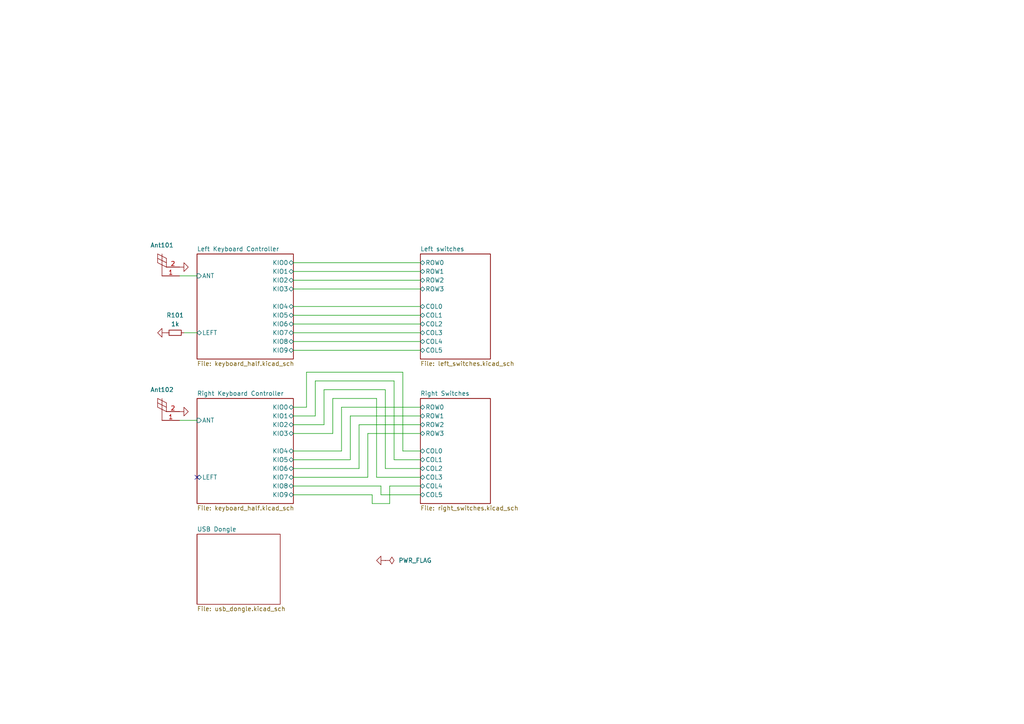
<source format=kicad_sch>
(kicad_sch (version 20230121) (generator eeschema)
  (paper "A4")
  (lib_symbols
    (symbol "Device:R_Small" (pin_numbers hide) (pin_names (offset 0.254) hide)
      (property "Reference" "R" (at 0.762 0.508 0))
      (property "Value" "R_Small" (at 0.762 -1.016 0))
      (symbol "R_Small_0_1"
        (rectangle (start -0.762 1.778) (end 0.762 -1.778) (stroke (width 0.2032)))
      )
      (symbol "R_Small_1_1"
        (pin passive line (at 0 2.54 270) (length 0.762) (name "~") (number "1"))
        (pin passive line (at 0 -2.54 90) (length 0.762) (name "~") (number "2"))
      )
    )
    (symbol "antennas:antenna" (pin_names (offset 1.016))
      (property "Reference" "Ant" (at 0 7.62 0))
      (symbol "antenna_0_1"
        (polyline (pts (xy -1.27 6.35) (xy -1.27 3.81)))
        (polyline (pts (xy 0 0) (xy 0 5.08)))
        (polyline (pts (xy 0 5.08) (xy 0 6.35)))
        (polyline (pts (xy 1.27 2.54) (xy -1.27 3.81)))
        (polyline (pts (xy 1.27 3.81) (xy -1.27 5.08)))
        (polyline (pts (xy 1.27 5.08) (xy -1.27 6.35)))
        (polyline (pts (xy 1.27 5.08) (xy 1.27 2.54)))
      )
      (symbol "antenna_1_1"
        (pin input line (at 5.08 0 180) (length 5.08) (name "~") (number "1"))
        (pin input line (at 5.08 2.54 180) (length 3.81) (name "~") (number "2"))
      )
    )
    (symbol "power:GND" (power) (pin_names (offset 0))
      (property "Value" "GND" (at 0 -3.81 0))
      (symbol "GND_0_1"
        (polyline (pts (xy 0 0) (xy 0 -1.27) (xy 1.27 -1.27) (xy 0 -2.54) (xy -1.27 -1.27) (xy 0 -1.27)))
      )
      (symbol "GND_1_1"
        (pin power_in line (at 0 0 270) (length 0) hide (name "GND") (number "1"))
      )
    )
    (symbol "power:PWR_FLAG" (power) (pin_numbers hide) (pin_names (offset 0) hide)
      (property "Value" "PWR_FLAG" (at 0 3.81 0))
      (symbol "PWR_FLAG_0_0"
        (pin power_out line (at 0 0 90) (length 0) (name "pwr") (number "1"))
      )
      (symbol "PWR_FLAG_0_1"
        (polyline (pts (xy 0 0) (xy 0 1.27) (xy -1.016 1.905) (xy 0 2.54) (xy 1.016 1.905) (xy 0 1.27)))
      )
    )
  )
  (no_connect (at 57.15 138.43))
  (wire (pts (xy 85.09 99.06) (xy 121.92 99.06)))
  (wire (pts (xy 91.44 120.65) (xy 91.44 110.49)))
  (wire (pts (xy 85.09 140.97) (xy 110.49 140.97)))
  (wire (pts (xy 85.09 93.98) (xy 121.92 93.98)))
  (wire (pts (xy 52.07 121.92) (xy 57.15 121.92)))
  (wire (pts (xy 85.09 123.19) (xy 93.98 123.19)))
  (wire (pts (xy 116.84 130.81) (xy 121.92 130.81)))
  (wire (pts (xy 91.44 110.49) (xy 114.3 110.49)))
  (wire (pts (xy 113.03 140.97) (xy 121.92 140.97)))
  (wire (pts (xy 111.76 113.03) (xy 111.76 135.89)))
  (wire (pts (xy 85.09 96.52) (xy 121.92 96.52)))
  (wire (pts (xy 85.09 101.6) (xy 121.92 101.6)))
  (wire (pts (xy 85.09 138.43) (xy 106.68 138.43)))
  (wire (pts (xy 52.07 80.01) (xy 57.15 80.01)))
  (wire (pts (xy 104.14 123.19) (xy 121.92 123.19)))
  (wire (pts (xy 85.09 130.81) (xy 99.06 130.81)))
  (wire (pts (xy 101.6 120.65) (xy 121.92 120.65)))
  (wire (pts (xy 99.06 130.81) (xy 99.06 118.11)))
  (wire (pts (xy 104.14 135.89) (xy 104.14 123.19)))
  (wire (pts (xy 96.52 115.57) (xy 109.22 115.57)))
  (wire (pts (xy 88.9 107.95) (xy 116.84 107.95)))
  (wire (pts (xy 107.95 146.05) (xy 113.03 146.05)))
  (wire (pts (xy 110.49 140.97) (xy 110.49 143.51)))
  (wire (pts (xy 85.09 78.74) (xy 121.92 78.74)))
  (wire (pts (xy 106.68 138.43) (xy 106.68 125.73)))
  (wire (pts (xy 53.34 96.52) (xy 57.15 96.52)))
  (wire (pts (xy 113.03 146.05) (xy 113.03 140.97)))
  (wire (pts (xy 85.09 81.28) (xy 121.92 81.28)))
  (wire (pts (xy 85.09 76.2) (xy 121.92 76.2)))
  (wire (pts (xy 85.09 120.65) (xy 91.44 120.65)))
  (wire (pts (xy 88.9 118.11) (xy 88.9 107.95)))
  (wire (pts (xy 109.22 115.57) (xy 109.22 138.43)))
  (wire (pts (xy 85.09 91.44) (xy 121.92 91.44)))
  (wire (pts (xy 110.49 143.51) (xy 121.92 143.51)))
  (wire (pts (xy 85.09 135.89) (xy 104.14 135.89)))
  (wire (pts (xy 85.09 125.73) (xy 96.52 125.73)))
  (wire (pts (xy 93.98 123.19) (xy 93.98 113.03)))
  (wire (pts (xy 109.22 138.43) (xy 121.92 138.43)))
  (wire (pts (xy 99.06 118.11) (xy 121.92 118.11)))
  (wire (pts (xy 85.09 143.51) (xy 107.95 143.51)))
  (wire (pts (xy 114.3 110.49) (xy 114.3 133.35)))
  (wire (pts (xy 111.76 135.89) (xy 121.92 135.89)))
  (wire (pts (xy 85.09 88.9) (xy 121.92 88.9)))
  (wire (pts (xy 116.84 107.95) (xy 116.84 130.81)))
  (wire (pts (xy 101.6 133.35) (xy 101.6 120.65)))
  (wire (pts (xy 107.95 143.51) (xy 107.95 146.05)))
  (wire (pts (xy 106.68 125.73) (xy 121.92 125.73)))
  (wire (pts (xy 93.98 113.03) (xy 111.76 113.03)))
  (wire (pts (xy 114.3 133.35) (xy 121.92 133.35)))
  (wire (pts (xy 85.09 133.35) (xy 101.6 133.35)))
  (wire (pts (xy 85.09 118.11) (xy 88.9 118.11)))
  (wire (pts (xy 96.52 125.73) (xy 96.52 115.57)))
  (wire (pts (xy 85.09 83.82) (xy 121.92 83.82)))
  (symbol (lib_id "power:GND") (at 48.26 96.52 270) (unit 1)
    (property "Reference" "#PWR0103" (effects hide))
    (property "Value" "GND" (effects hide))
  )
  (symbol (lib_id "antennas:antenna") (at 46.99 121.92 0) (unit 1) (in_bom no)
    (property "Reference" "Ant102" (at 46.99 113.03 0))
    (property "Value" "antenna" (effects hide))
    (property "Footprint" "RF_Antenna:Texas_SWRA117D_2.4GHz_Right" (effects hide))
  )
  (symbol (lib_id "power:PWR_FLAG") (at 111.76 162.56 270) (unit 1)
    (property "Reference" "#FLG0101" (effects hide))
    (property "Value" "PWR_FLAG" (at 115.57 162.56 90) (effects (justify left)))
  )
  (symbol (lib_id "power:GND") (at 52.07 77.47 90) (unit 1)
    (property "Reference" "#PWR0101" (effects hide))
    (property "Value" "GND" (effects hide))
  )
  (symbol (lib_id "antennas:antenna") (at 46.99 80.01 0) (unit 1) (in_bom no)
    (property "Reference" "Ant101" (at 46.99 71.12 0))
    (property "Value" "antenna" (effects hide))
    (property "Footprint" "RF_Antenna:Texas_SWRA117D_2.4GHz_Right" (effects hide))
  )
  (symbol (lib_id "power:GND") (at 111.76 162.56 270) (unit 1)
    (property "Reference" "#PWR0104" (effects hide))
    (property "Value" "GND" (effects hide))
  )
  (symbol (lib_id "power:GND") (at 52.07 119.38 90) (unit 1)
    (property "Reference" "#PWR0102" (effects hide))
    (property "Value" "GND" (effects hide))
  )
  (symbol (lib_id "Device:R_Small") (at 50.8 96.52 90) (unit 1)
    (property "Reference" "R101" (at 50.8 91.44 90))
    (property "Value" "1k" (at 50.8 93.98 90))
    (property "Footprint" "passive:R_0402" (effects hide))
    (property "MFPN" "RC-02W102JT" (effects hide))
    (property "Specification" "5%" (effects hide))
    (property "LCSC" "C258117" (effects hide))
  )
  (sheet (at 57.15 73.66) (size 27.94 30.48) (stroke (width 0.1524))
    (property "Sheetname" "Left Keyboard Controller" (at 57.15 72.9484 0) (effects (justify left bottom)))
    (property "Sheetfile" "keyboard_half.kicad_sch" (at 57.15 104.7246 0) (effects (justify left top)))
    (pin "ANT" input (at 57.15 80.01 180))
    (pin "KIO6" bidirectional (at 85.09 93.98 0))
    (pin "KIO4" bidirectional (at 85.09 88.9 0))
    (pin "KIO5" bidirectional (at 85.09 91.44 0))
    (pin "KIO0" bidirectional (at 85.09 76.2 0))
    (pin "KIO2" bidirectional (at 85.09 81.28 0))
    (pin "KIO1" bidirectional (at 85.09 78.74 0))
    (pin "KIO8" bidirectional (at 85.09 99.06 0))
    (pin "KIO9" bidirectional (at 85.09 101.6 0))
    (pin "KIO3" bidirectional (at 85.09 83.82 0))
    (pin "KIO7" bidirectional (at 85.09 96.52 0))
    (pin "LEFT" bidirectional (at 57.15 96.52 180))
  )
  (sheet (at 57.15 154.94) (size 24.13 20.32) (stroke (width 0.1524))
    (property "Sheetname" "USB Dongle" (at 57.15 154.2284 0) (effects (justify left bottom)))
    (property "Sheetfile" "usb_dongle.kicad_sch" (at 57.15 175.8446 0) (effects (justify left top)))
  )
  (sheet (at 121.92 73.66) (size 20.32 30.48) (stroke (width 0.1524))
    (property "Sheetname" "Left switches" (at 121.92 72.9484 0) (effects (justify left bottom)))
    (property "Sheetfile" "left_switches.kicad_sch" (at 121.92 104.7246 0) (effects (justify left top)))
    (pin "COL3" bidirectional (at 121.92 96.52 180))
    (pin "COL4" bidirectional (at 121.92 99.06 180))
    (pin "COL5" bidirectional (at 121.92 101.6 180))
    (pin "COL0" bidirectional (at 121.92 88.9 180))
    (pin "COL1" bidirectional (at 121.92 91.44 180))
    (pin "COL2" bidirectional (at 121.92 93.98 180))
    (pin "ROW2" bidirectional (at 121.92 81.28 180))
    (pin "ROW3" bidirectional (at 121.92 83.82 180))
    (pin "ROW0" bidirectional (at 121.92 76.2 180))
    (pin "ROW1" bidirectional (at 121.92 78.74 180))
  )
  (sheet (at 57.15 115.57) (size 27.94 30.48) (stroke (width 0.1524))
    (property "Sheetname" "Right Keyboard Controller" (at 57.15 114.8584 0) (effects (justify left bottom)))
    (property "Sheetfile" "keyboard_half.kicad_sch" (at 57.15 146.6346 0) (effects (justify left top)))
    (pin "ANT" input (at 57.15 121.92 180))
    (pin "KIO6" bidirectional (at 85.09 135.89 0))
    (pin "KIO4" bidirectional (at 85.09 130.81 0))
    (pin "KIO5" bidirectional (at 85.09 133.35 0))
    (pin "KIO0" bidirectional (at 85.09 118.11 0))
    (pin "KIO2" bidirectional (at 85.09 123.19 0))
    (pin "KIO1" bidirectional (at 85.09 120.65 0))
    (pin "KIO8" bidirectional (at 85.09 140.97 0))
    (pin "KIO9" bidirectional (at 85.09 143.51 0))
    (pin "KIO3" bidirectional (at 85.09 125.73 0))
    (pin "KIO7" bidirectional (at 85.09 138.43 0))
    (pin "LEFT" bidirectional (at 57.15 138.43 180))
  )
  (sheet (at 121.92 115.57) (size 20.32 30.48) (stroke (width 0.1524))
    (property "Sheetname" "Right Switches" (at 121.92 114.8584 0) (effects (justify left bottom)))
    (property "Sheetfile" "right_switches.kicad_sch" (at 121.92 146.6346 0) (effects (justify left top)))
    (pin "COL3" bidirectional (at 121.92 138.43 180))
    (pin "COL4" bidirectional (at 121.92 140.97 180))
    (pin "COL5" bidirectional (at 121.92 143.51 180))
    (pin "COL0" bidirectional (at 121.92 130.81 180))
    (pin "COL1" bidirectional (at 121.92 133.35 180))
    (pin "COL2" bidirectional (at 121.92 135.89 180))
    (pin "ROW2" bidirectional (at 121.92 123.19 180))
    (pin "ROW3" bidirectional (at 121.92 125.73 180))
    (pin "ROW0" bidirectional (at 121.92 118.11 180))
    (pin "ROW1" bidirectional (at 121.92 120.65 180))
  )
)
</source>
